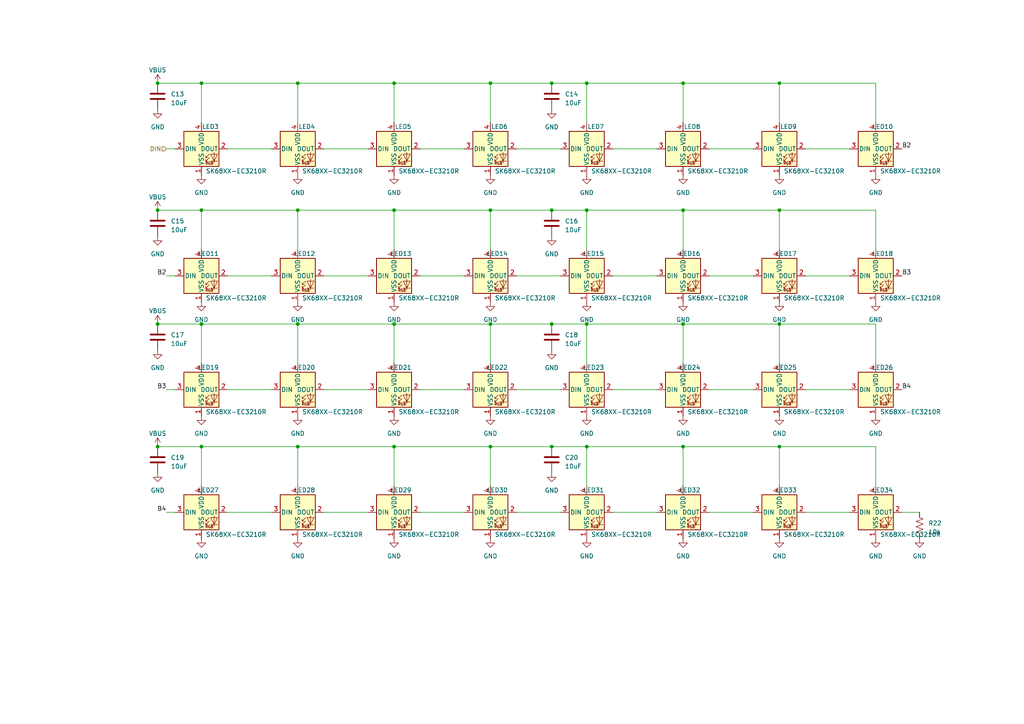
<source format=kicad_sch>
(kicad_sch (version 20230121) (generator eeschema)
  (paper "A4")
  (lib_symbols
    (symbol "Device:C" (pin_numbers hide) (pin_names (offset 0.254))
      (property "Reference" "C" (at 0.635 2.54 0))
      (property "Value" "C" (at 0.635 -2.54 0))
      (symbol "C_0_1"
        (polyline (pts (xy -2.032 -0.762) (xy 2.032 -0.762)) (stroke (width 0.508)))
        (polyline (pts (xy -2.032 0.762) (xy 2.032 0.762)) (stroke (width 0.508)))
      )
      (symbol "C_1_1"
        (pin passive line (at 0 3.81 270) (length 2.794) (name "~") (number "1"))
        (pin passive line (at 0 -3.81 90) (length 2.794) (name "~") (number "2"))
      )
    )
    (symbol "Device:R_US" (pin_numbers hide) (pin_names (offset 0))
      (property "Reference" "R" (at 2.54 0 90))
      (property "Value" "R_US" (at -2.54 0 90))
      (symbol "R_US_0_1"
        (polyline (pts (xy 0 -2.286) (xy 0 -2.54)))
        (polyline (pts (xy 0 2.286) (xy 0 2.54)))
        (polyline (pts (xy 0 -0.762) (xy 1.016 -1.143) (xy 0 -1.524) (xy -1.016 -1.905) (xy 0 -2.286)))
        (polyline (pts (xy 0 0.762) (xy 1.016 0.381) (xy 0 0) (xy -1.016 -0.381) (xy 0 -0.762)))
        (polyline (pts (xy 0 2.286) (xy 1.016 1.905) (xy 0 1.524) (xy -1.016 1.143) (xy 0 0.762)))
      )
      (symbol "R_US_1_1"
        (pin passive line (at 0 3.81 270) (length 1.27) (name "~") (number "1"))
        (pin passive line (at 0 -3.81 90) (length 1.27) (name "~") (number "2"))
      )
    )
    (symbol "caden_sym:SK68xx-EC3210x" (pin_names (offset 0.254))
      (property "Reference" "D" (at 5.08 5.715 0))
      (property "Value" "SK68xx-EC3210x" (at 1.27 -5.715 0))
      (symbol "SK68xx-EC3210x_0_0"
        (text "RGB" (at 2.286 -4.191 0) (effects (font (size 0.762 0.762))))
      )
      (symbol "SK68xx-EC3210x_0_1"
        (rectangle (start -5.08 5.08) (end 5.08 -5.08) (stroke (width 0.254)) (fill (type background)))
        (polyline (pts (xy 1.27 -3.556) (xy 1.778 -3.556)))
        (polyline (pts (xy 1.27 -2.54) (xy 1.778 -2.54)))
        (polyline (pts (xy 4.699 -3.556) (xy 2.667 -3.556)))
        (polyline (pts (xy 2.286 -2.54) (xy 1.27 -3.556) (xy 1.27 -3.048)))
        (polyline (pts (xy 2.286 -1.524) (xy 1.27 -2.54) (xy 1.27 -2.032)))
        (polyline (pts (xy 3.683 -1.016) (xy 3.683 -3.556) (xy 3.683 -4.064)))
        (polyline (pts (xy 4.699 -1.524) (xy 2.667 -1.524) (xy 3.683 -3.556) (xy 4.699 -1.524)))
      )
      (symbol "SK68xx-EC3210x_1_1"
        (pin power_in line (at 0 -7.62 90) (length 2.54) (name "VSS") (number "1"))
        (pin output line (at 7.62 0 180) (length 2.54) (name "DOUT") (number "2"))
        (pin input line (at -7.62 0 0) (length 2.54) (name "DIN") (number "3"))
        (pin power_in line (at 0 7.62 270) (length 2.54) (name "VDD") (number "4"))
      )
    )
    (symbol "power:GND" (power) (pin_names (offset 0))
      (property "Value" "GND" (at 0 -3.81 0))
      (symbol "GND_0_1"
        (polyline (pts (xy 0 0) (xy 0 -1.27) (xy 1.27 -1.27) (xy 0 -2.54) (xy -1.27 -1.27) (xy 0 -1.27)))
      )
      (symbol "GND_1_1"
        (pin power_in line (at 0 0 270) (length 0) hide (name "GND") (number "1"))
      )
    )
    (symbol "power:VBUS" (power) (pin_names (offset 0))
      (property "Value" "VBUS" (at 0 3.81 0))
      (symbol "VBUS_0_1"
        (polyline (pts (xy -0.762 1.27) (xy 0 2.54)))
        (polyline (pts (xy 0 0) (xy 0 2.54)))
        (polyline (pts (xy 0 2.54) (xy 0.762 1.27)))
      )
      (symbol "VBUS_1_1"
        (pin power_in line (at 0 0 90) (length 0) hide (name "VBUS") (number "1"))
      )
    )
  )
  (junction (at 58.42 24.13))
  (junction (at 226.06 60.96))
  (junction (at 114.3 129.54))
  (junction (at 45.72 93.98))
  (junction (at 86.36 129.54))
  (junction (at 45.72 129.54))
  (junction (at 86.36 24.13))
  (junction (at 45.72 24.13))
  (junction (at 86.36 93.98))
  (junction (at 170.18 129.54))
  (junction (at 86.36 60.96))
  (junction (at 58.42 93.98))
  (junction (at 114.3 93.98))
  (junction (at 45.72 60.96))
  (junction (at 160.02 24.13))
  (junction (at 170.18 24.13))
  (junction (at 226.06 93.98))
  (junction (at 114.3 60.96))
  (junction (at 142.24 93.98))
  (junction (at 198.12 93.98))
  (junction (at 170.18 60.96))
  (junction (at 114.3 24.13))
  (junction (at 160.02 60.96))
  (junction (at 160.02 129.54))
  (junction (at 198.12 24.13))
  (junction (at 142.24 129.54))
  (junction (at 198.12 60.96))
  (junction (at 142.24 24.13))
  (junction (at 170.18 93.98))
  (junction (at 142.24 60.96))
  (junction (at 58.42 129.54))
  (junction (at 58.42 60.96))
  (junction (at 198.12 129.54))
  (junction (at 226.06 24.13))
  (junction (at 226.06 129.54))
  (junction (at 160.02 93.98))
  (wire (pts (xy 114.3 129.54) (xy 86.36 129.54)))
  (wire (pts (xy 149.86 113.03) (xy 162.56 113.03)))
  (wire (pts (xy 254 93.98) (xy 226.06 93.98)))
  (wire (pts (xy 66.04 148.59) (xy 78.74 148.59)))
  (wire (pts (xy 226.06 140.97) (xy 226.06 129.54)))
  (wire (pts (xy 233.68 43.18) (xy 246.38 43.18)))
  (wire (pts (xy 58.42 93.98) (xy 58.42 105.41)))
  (wire (pts (xy 93.98 148.59) (xy 106.68 148.59)))
  (wire (pts (xy 66.04 113.03) (xy 78.74 113.03)))
  (wire (pts (xy 48.26 113.03) (xy 50.8 113.03)))
  (wire (pts (xy 66.04 43.18) (xy 78.74 43.18)))
  (wire (pts (xy 86.36 93.98) (xy 58.42 93.98)))
  (wire (pts (xy 205.74 43.18) (xy 218.44 43.18)))
  (wire (pts (xy 205.74 113.03) (xy 218.44 113.03)))
  (wire (pts (xy 48.26 43.18) (xy 50.8 43.18)))
  (wire (pts (xy 254 35.56) (xy 254 24.13)))
  (wire (pts (xy 149.86 80.01) (xy 162.56 80.01)))
  (wire (pts (xy 226.06 105.41) (xy 226.06 93.98)))
  (wire (pts (xy 86.36 72.39) (xy 86.36 60.96)))
  (wire (pts (xy 254 24.13) (xy 226.06 24.13)))
  (wire (pts (xy 170.18 60.96) (xy 160.02 60.96)))
  (wire (pts (xy 233.68 113.03) (xy 246.38 113.03)))
  (wire (pts (xy 198.12 60.96) (xy 170.18 60.96)))
  (wire (pts (xy 198.12 72.39) (xy 198.12 60.96)))
  (wire (pts (xy 86.36 105.41) (xy 86.36 93.98)))
  (wire (pts (xy 86.36 60.96) (xy 58.42 60.96)))
  (wire (pts (xy 114.3 93.98) (xy 86.36 93.98)))
  (wire (pts (xy 205.74 148.59) (xy 218.44 148.59)))
  (wire (pts (xy 160.02 129.54) (xy 142.24 129.54)))
  (wire (pts (xy 226.06 24.13) (xy 198.12 24.13)))
  (wire (pts (xy 233.68 80.01) (xy 246.38 80.01)))
  (wire (pts (xy 254 140.97) (xy 254 129.54)))
  (wire (pts (xy 226.06 35.56) (xy 226.06 24.13)))
  (wire (pts (xy 58.42 60.96) (xy 58.42 72.39)))
  (wire (pts (xy 48.26 148.59) (xy 50.8 148.59)))
  (wire (pts (xy 198.12 24.13) (xy 170.18 24.13)))
  (wire (pts (xy 86.36 129.54) (xy 58.42 129.54)))
  (wire (pts (xy 226.06 129.54) (xy 198.12 129.54)))
  (wire (pts (xy 114.3 24.13) (xy 86.36 24.13)))
  (wire (pts (xy 86.36 35.56) (xy 86.36 24.13)))
  (wire (pts (xy 254 60.96) (xy 226.06 60.96)))
  (wire (pts (xy 170.18 93.98) (xy 160.02 93.98)))
  (wire (pts (xy 93.98 43.18) (xy 106.68 43.18)))
  (wire (pts (xy 142.24 35.56) (xy 142.24 24.13)))
  (wire (pts (xy 121.92 113.03) (xy 134.62 113.03)))
  (wire (pts (xy 114.3 72.39) (xy 114.3 60.96)))
  (wire (pts (xy 142.24 129.54) (xy 114.3 129.54)))
  (wire (pts (xy 177.8 80.01) (xy 190.5 80.01)))
  (wire (pts (xy 170.18 105.41) (xy 170.18 93.98)))
  (wire (pts (xy 226.06 72.39) (xy 226.06 60.96)))
  (wire (pts (xy 45.72 24.13) (xy 58.42 24.13)))
  (wire (pts (xy 177.8 43.18) (xy 190.5 43.18)))
  (wire (pts (xy 48.26 80.01) (xy 50.8 80.01)))
  (wire (pts (xy 170.18 129.54) (xy 160.02 129.54)))
  (wire (pts (xy 170.18 24.13) (xy 160.02 24.13)))
  (wire (pts (xy 121.92 43.18) (xy 134.62 43.18)))
  (wire (pts (xy 198.12 93.98) (xy 170.18 93.98)))
  (wire (pts (xy 142.24 140.97) (xy 142.24 129.54)))
  (wire (pts (xy 198.12 105.41) (xy 198.12 93.98)))
  (wire (pts (xy 142.24 93.98) (xy 114.3 93.98)))
  (wire (pts (xy 149.86 148.59) (xy 162.56 148.59)))
  (wire (pts (xy 198.12 129.54) (xy 170.18 129.54)))
  (wire (pts (xy 226.06 60.96) (xy 198.12 60.96)))
  (wire (pts (xy 121.92 80.01) (xy 134.62 80.01)))
  (wire (pts (xy 66.04 80.01) (xy 78.74 80.01)))
  (wire (pts (xy 177.8 148.59) (xy 190.5 148.59)))
  (wire (pts (xy 114.3 60.96) (xy 86.36 60.96)))
  (wire (pts (xy 177.8 113.03) (xy 190.5 113.03)))
  (wire (pts (xy 93.98 80.01) (xy 106.68 80.01)))
  (wire (pts (xy 86.36 24.13) (xy 58.42 24.13)))
  (wire (pts (xy 205.74 80.01) (xy 218.44 80.01)))
  (wire (pts (xy 58.42 24.13) (xy 58.42 35.56)))
  (wire (pts (xy 142.24 60.96) (xy 114.3 60.96)))
  (wire (pts (xy 170.18 35.56) (xy 170.18 24.13)))
  (wire (pts (xy 86.36 140.97) (xy 86.36 129.54)))
  (wire (pts (xy 45.72 93.98) (xy 58.42 93.98)))
  (wire (pts (xy 114.3 140.97) (xy 114.3 129.54)))
  (wire (pts (xy 226.06 93.98) (xy 198.12 93.98)))
  (wire (pts (xy 233.68 148.59) (xy 246.38 148.59)))
  (wire (pts (xy 114.3 105.41) (xy 114.3 93.98)))
  (wire (pts (xy 254 129.54) (xy 226.06 129.54)))
  (wire (pts (xy 142.24 24.13) (xy 114.3 24.13)))
  (wire (pts (xy 45.72 60.96) (xy 58.42 60.96)))
  (wire (pts (xy 160.02 60.96) (xy 142.24 60.96)))
  (wire (pts (xy 254 72.39) (xy 254 60.96)))
  (wire (pts (xy 121.92 148.59) (xy 134.62 148.59)))
  (wire (pts (xy 170.18 72.39) (xy 170.18 60.96)))
  (wire (pts (xy 254 105.41) (xy 254 93.98)))
  (wire (pts (xy 114.3 35.56) (xy 114.3 24.13)))
  (wire (pts (xy 198.12 35.56) (xy 198.12 24.13)))
  (wire (pts (xy 160.02 24.13) (xy 142.24 24.13)))
  (wire (pts (xy 160.02 93.98) (xy 142.24 93.98)))
  (wire (pts (xy 58.42 129.54) (xy 58.42 140.97)))
  (wire (pts (xy 198.12 140.97) (xy 198.12 129.54)))
  (wire (pts (xy 93.98 113.03) (xy 106.68 113.03)))
  (wire (pts (xy 142.24 105.41) (xy 142.24 93.98)))
  (wire (pts (xy 45.72 129.54) (xy 58.42 129.54)))
  (wire (pts (xy 261.62 148.59) (xy 266.7 148.59)))
  (wire (pts (xy 149.86 43.18) (xy 162.56 43.18)))
  (wire (pts (xy 142.24 72.39) (xy 142.24 60.96)))
  (wire (pts (xy 170.18 140.97) (xy 170.18 129.54)))
  (label "B2" (at 48.26 80.01 180))
  (label "B3" (at 48.26 113.03 180))
  (label "B4" (at 261.62 113.03 0))
  (label "B4" (at 48.26 148.59 180))
  (label "B2" (at 261.62 43.18 0))
  (label "B3" (at 261.62 80.01 0))
  (hierarchical_label "DIN" (shape input) (at 48.26 43.18 180))
  (symbol (lib_id "power:GND") (at 226.06 87.63 0) (unit 1)
    (property "Reference" "#PWR054" (effects hide))
    (property "Value" "GND" (at 226.06 92.71 0))
  )
  (symbol (lib_id "power:VBUS") (at 45.72 129.54 0) (unit 1)
    (property "Reference" "#PWR067" (effects hide))
    (property "Value" "VBUS" (at 45.72 125.73 0))
  )
  (symbol (lib_id "Device:C") (at 160.02 133.35 0) (unit 1)
    (property "Reference" "C20" (at 163.83 132.715 0) (effects (justify left)))
    (property "Value" "10uF" (at 163.83 135.255 0) (effects (justify left)))
    (property "Footprint" "Capacitor_SMD:C_0603_1608Metric" (effects hide))
  )
  (symbol (lib_id "caden_sym:SK68xx-EC3210x") (at 226.06 43.18 0) (unit 1)
    (property "Reference" "LED9" (at 231.14 37.465 0) (effects (justify right bottom)))
    (property "Value" "SK68XX-EC3210R" (at 227.33 48.895 0) (effects (justify left top)))
    (property "Footprint" "caden_fp:LED_SK68xx-EC3210x" (effects hide))
    (property "Datasheet" "https://cdn-shop.adafruit.com/product-files/4893/4892_SK68XX-EC3210F__REV.A.pdf" (effects hide))
  )
  (symbol (lib_id "power:GND") (at 160.02 137.16 0) (unit 1)
    (property "Reference" "#PWR069" (effects hide))
    (property "Value" "GND" (at 160.02 142.24 0))
  )
  (symbol (lib_id "power:GND") (at 58.42 156.21 0) (unit 1)
    (property "Reference" "#PWR070" (effects hide))
    (property "Value" "GND" (at 58.42 161.29 0))
  )
  (symbol (lib_id "power:GND") (at 58.42 120.65 0) (unit 1)
    (property "Reference" "#PWR059" (effects hide))
    (property "Value" "GND" (at 58.42 125.73 0))
  )
  (symbol (lib_id "caden_sym:SK68xx-EC3210x") (at 142.24 80.01 0) (unit 1)
    (property "Reference" "LED14" (at 147.32 74.295 0) (effects (justify right bottom)))
    (property "Value" "SK68XX-EC3210R" (at 143.51 85.725 0) (effects (justify left top)))
    (property "Footprint" "caden_fp:LED_SK68xx-EC3210x" (effects hide))
    (property "Datasheet" "https://cdn-shop.adafruit.com/product-files/4893/4892_SK68XX-EC3210F__REV.A.pdf" (effects hide))
  )
  (symbol (lib_id "Device:C") (at 45.72 64.77 0) (unit 1)
    (property "Reference" "C15" (at 49.53 64.135 0) (effects (justify left)))
    (property "Value" "10uF" (at 49.53 66.675 0) (effects (justify left)))
    (property "Footprint" "Capacitor_SMD:C_0603_1608Metric" (effects hide))
  )
  (symbol (lib_id "power:GND") (at 170.18 120.65 0) (unit 1)
    (property "Reference" "#PWR063" (effects hide))
    (property "Value" "GND" (at 170.18 125.73 0))
  )
  (symbol (lib_id "caden_sym:SK68xx-EC3210x") (at 170.18 80.01 0) (unit 1)
    (property "Reference" "LED15" (at 175.26 74.295 0) (effects (justify right bottom)))
    (property "Value" "SK68XX-EC3210R" (at 171.45 85.725 0) (effects (justify left top)))
    (property "Footprint" "caden_fp:LED_SK68xx-EC3210x" (effects hide))
    (property "Datasheet" "https://cdn-shop.adafruit.com/product-files/4893/4892_SK68XX-EC3210F__REV.A.pdf" (effects hide))
  )
  (symbol (lib_id "Device:C") (at 160.02 64.77 0) (unit 1)
    (property "Reference" "C16" (at 163.83 64.135 0) (effects (justify left)))
    (property "Value" "10uF" (at 163.83 66.675 0) (effects (justify left)))
    (property "Footprint" "Capacitor_SMD:C_0603_1608Metric" (effects hide))
  )
  (symbol (lib_id "caden_sym:SK68xx-EC3210x") (at 226.06 113.03 0) (unit 1)
    (property "Reference" "LED25" (at 231.14 107.315 0) (effects (justify right bottom)))
    (property "Value" "SK68XX-EC3210R" (at 227.33 118.745 0) (effects (justify left top)))
    (property "Footprint" "caden_fp:LED_SK68xx-EC3210x" (effects hide))
    (property "Datasheet" "https://cdn-shop.adafruit.com/product-files/4893/4892_SK68XX-EC3210F__REV.A.pdf" (effects hide))
  )
  (symbol (lib_id "caden_sym:SK68xx-EC3210x") (at 198.12 43.18 0) (unit 1)
    (property "Reference" "LED8" (at 203.2 37.465 0) (effects (justify right bottom)))
    (property "Value" "SK68XX-EC3210R" (at 199.39 48.895 0) (effects (justify left top)))
    (property "Footprint" "caden_fp:LED_SK68xx-EC3210x" (effects hide))
    (property "Datasheet" "https://cdn-shop.adafruit.com/product-files/4893/4892_SK68XX-EC3210F__REV.A.pdf" (effects hide))
  )
  (symbol (lib_id "power:GND") (at 170.18 156.21 0) (unit 1)
    (property "Reference" "#PWR074" (effects hide))
    (property "Value" "GND" (at 170.18 161.29 0))
  )
  (symbol (lib_id "Device:C") (at 160.02 27.94 0) (unit 1)
    (property "Reference" "C14" (at 163.83 27.305 0) (effects (justify left)))
    (property "Value" "10uF" (at 163.83 29.845 0) (effects (justify left)))
    (property "Footprint" "Capacitor_SMD:C_0603_1608Metric" (effects hide))
  )
  (symbol (lib_id "caden_sym:SK68xx-EC3210x") (at 114.3 148.59 0) (unit 1)
    (property "Reference" "LED29" (at 119.38 142.875 0) (effects (justify right bottom)))
    (property "Value" "SK68XX-EC3210R" (at 115.57 154.305 0) (effects (justify left top)))
    (property "Footprint" "caden_fp:LED_SK68xx-EC3210x" (effects hide))
    (property "Datasheet" "https://cdn-shop.adafruit.com/product-files/4893/4892_SK68XX-EC3210F__REV.A.pdf" (effects hide))
  )
  (symbol (lib_id "Device:C") (at 45.72 27.94 0) (unit 1)
    (property "Reference" "C13" (at 49.53 27.305 0) (effects (justify left)))
    (property "Value" "10uF" (at 49.53 29.845 0) (effects (justify left)))
    (property "Footprint" "Capacitor_SMD:C_0603_1608Metric" (effects hide))
  )
  (symbol (lib_id "caden_sym:SK68xx-EC3210x") (at 86.36 43.18 0) (unit 1)
    (property "Reference" "LED4" (at 91.44 37.465 0) (effects (justify right bottom)))
    (property "Value" "SK68XX-EC3210R" (at 87.63 48.895 0) (effects (justify left top)))
    (property "Footprint" "caden_fp:LED_SK68xx-EC3210x" (effects hide))
    (property "Datasheet" "https://cdn-shop.adafruit.com/product-files/4893/4892_SK68XX-EC3210F__REV.A.pdf" (effects hide))
  )
  (symbol (lib_id "caden_sym:SK68xx-EC3210x") (at 86.36 113.03 0) (unit 1)
    (property "Reference" "LED20" (at 91.44 107.315 0) (effects (justify right bottom)))
    (property "Value" "SK68XX-EC3210R" (at 87.63 118.745 0) (effects (justify left top)))
    (property "Footprint" "caden_fp:LED_SK68xx-EC3210x" (effects hide))
    (property "Datasheet" "https://cdn-shop.adafruit.com/product-files/4893/4892_SK68XX-EC3210F__REV.A.pdf" (effects hide))
  )
  (symbol (lib_id "power:GND") (at 170.18 50.8 0) (unit 1)
    (property "Reference" "#PWR041" (effects hide))
    (property "Value" "GND" (at 170.18 55.88 0))
  )
  (symbol (lib_id "power:GND") (at 114.3 120.65 0) (unit 1)
    (property "Reference" "#PWR061" (effects hide))
    (property "Value" "GND" (at 114.3 125.73 0))
  )
  (symbol (lib_id "power:GND") (at 58.42 50.8 0) (unit 1)
    (property "Reference" "#PWR037" (effects hide))
    (property "Value" "GND" (at 58.42 55.88 0))
  )
  (symbol (lib_id "power:VBUS") (at 45.72 24.13 0) (unit 1)
    (property "Reference" "#PWR034" (effects hide))
    (property "Value" "VBUS" (at 45.72 20.32 0))
  )
  (symbol (lib_id "Device:R_US") (at 266.7 152.4 0) (unit 1)
    (property "Reference" "R22" (at 269.24 151.765 0) (effects (justify left)))
    (property "Value" "10k" (at 269.24 154.305 0) (effects (justify left)))
    (property "Footprint" "Resistor_SMD:R_0603_1608Metric" (effects hide))
  )
  (symbol (lib_id "power:GND") (at 45.72 137.16 0) (unit 1)
    (property "Reference" "#PWR068" (effects hide))
    (property "Value" "GND" (at 45.72 142.24 0))
  )
  (symbol (lib_id "Device:C") (at 45.72 133.35 0) (unit 1)
    (property "Reference" "C19" (at 49.53 132.715 0) (effects (justify left)))
    (property "Value" "10uF" (at 49.53 135.255 0) (effects (justify left)))
    (property "Footprint" "Capacitor_SMD:C_0603_1608Metric" (effects hide))
  )
  (symbol (lib_id "power:GND") (at 160.02 68.58 0) (unit 1)
    (property "Reference" "#PWR047" (effects hide))
    (property "Value" "GND" (at 160.02 73.66 0))
  )
  (symbol (lib_id "caden_sym:SK68xx-EC3210x") (at 254 43.18 0) (unit 1)
    (property "Reference" "LED10" (at 259.08 37.465 0) (effects (justify right bottom)))
    (property "Value" "SK68XX-EC3210R" (at 255.27 48.895 0) (effects (justify left top)))
    (property "Footprint" "caden_fp:LED_SK68xx-EC3210x" (effects hide))
    (property "Datasheet" "https://cdn-shop.adafruit.com/product-files/4893/4892_SK68XX-EC3210F__REV.A.pdf" (effects hide))
  )
  (symbol (lib_id "caden_sym:SK68xx-EC3210x") (at 226.06 148.59 0) (unit 1)
    (property "Reference" "LED33" (at 231.14 142.875 0) (effects (justify right bottom)))
    (property "Value" "SK68XX-EC3210R" (at 227.33 154.305 0) (effects (justify left top)))
    (property "Footprint" "caden_fp:LED_SK68xx-EC3210x" (effects hide))
    (property "Datasheet" "https://cdn-shop.adafruit.com/product-files/4893/4892_SK68XX-EC3210F__REV.A.pdf" (effects hide))
  )
  (symbol (lib_id "caden_sym:SK68xx-EC3210x") (at 198.12 80.01 0) (unit 1)
    (property "Reference" "LED16" (at 203.2 74.295 0) (effects (justify right bottom)))
    (property "Value" "SK68XX-EC3210R" (at 199.39 85.725 0) (effects (justify left top)))
    (property "Footprint" "caden_fp:LED_SK68xx-EC3210x" (effects hide))
    (property "Datasheet" "https://cdn-shop.adafruit.com/product-files/4893/4892_SK68XX-EC3210F__REV.A.pdf" (effects hide))
  )
  (symbol (lib_id "power:GND") (at 86.36 156.21 0) (unit 1)
    (property "Reference" "#PWR071" (effects hide))
    (property "Value" "GND" (at 86.36 161.29 0))
  )
  (symbol (lib_id "power:GND") (at 254 87.63 0) (unit 1)
    (property "Reference" "#PWR055" (effects hide))
    (property "Value" "GND" (at 254 92.71 0))
  )
  (symbol (lib_id "caden_sym:SK68xx-EC3210x") (at 114.3 43.18 0) (unit 1)
    (property "Reference" "LED5" (at 119.38 37.465 0) (effects (justify right bottom)))
    (property "Value" "SK68XX-EC3210R" (at 115.57 48.895 0) (effects (justify left top)))
    (property "Footprint" "caden_fp:LED_SK68xx-EC3210x" (effects hide))
    (property "Datasheet" "https://cdn-shop.adafruit.com/product-files/4893/4892_SK68XX-EC3210F__REV.A.pdf" (effects hide))
  )
  (symbol (lib_id "power:GND") (at 142.24 87.63 0) (unit 1)
    (property "Reference" "#PWR051" (effects hide))
    (property "Value" "GND" (at 142.24 92.71 0))
  )
  (symbol (lib_id "power:GND") (at 114.3 87.63 0) (unit 1)
    (property "Reference" "#PWR050" (effects hide))
    (property "Value" "GND" (at 114.3 92.71 0))
  )
  (symbol (lib_id "caden_sym:SK68xx-EC3210x") (at 142.24 148.59 0) (unit 1)
    (property "Reference" "LED30" (at 147.32 142.875 0) (effects (justify right bottom)))
    (property "Value" "SK68XX-EC3210R" (at 143.51 154.305 0) (effects (justify left top)))
    (property "Footprint" "caden_fp:LED_SK68xx-EC3210x" (effects hide))
    (property "Datasheet" "https://cdn-shop.adafruit.com/product-files/4893/4892_SK68XX-EC3210F__REV.A.pdf" (effects hide))
  )
  (symbol (lib_id "power:GND") (at 160.02 101.6 0) (unit 1)
    (property "Reference" "#PWR058" (effects hide))
    (property "Value" "GND" (at 160.02 106.68 0))
  )
  (symbol (lib_id "power:GND") (at 114.3 156.21 0) (unit 1)
    (property "Reference" "#PWR072" (effects hide))
    (property "Value" "GND" (at 114.3 161.29 0))
  )
  (symbol (lib_id "caden_sym:SK68xx-EC3210x") (at 198.12 113.03 0) (unit 1)
    (property "Reference" "LED24" (at 203.2 107.315 0) (effects (justify right bottom)))
    (property "Value" "SK68XX-EC3210R" (at 199.39 118.745 0) (effects (justify left top)))
    (property "Footprint" "caden_fp:LED_SK68xx-EC3210x" (effects hide))
    (property "Datasheet" "https://cdn-shop.adafruit.com/product-files/4893/4892_SK68XX-EC3210F__REV.A.pdf" (effects hide))
  )
  (symbol (lib_id "power:GND") (at 58.42 87.63 0) (unit 1)
    (property "Reference" "#PWR048" (effects hide))
    (property "Value" "GND" (at 58.42 92.71 0))
  )
  (symbol (lib_id "caden_sym:SK68xx-EC3210x") (at 254 148.59 0) (unit 1)
    (property "Reference" "LED34" (at 259.08 142.875 0) (effects (justify right bottom)))
    (property "Value" "SK68XX-EC3210R" (at 255.27 154.305 0) (effects (justify left top)))
    (property "Footprint" "caden_fp:LED_SK68xx-EC3210x" (effects hide))
    (property "Datasheet" "https://cdn-shop.adafruit.com/product-files/4893/4892_SK68XX-EC3210F__REV.A.pdf" (effects hide))
  )
  (symbol (lib_id "power:GND") (at 254 120.65 0) (unit 1)
    (property "Reference" "#PWR066" (effects hide))
    (property "Value" "GND" (at 254 125.73 0))
  )
  (symbol (lib_id "power:VBUS") (at 45.72 60.96 0) (unit 1)
    (property "Reference" "#PWR045" (effects hide))
    (property "Value" "VBUS" (at 45.72 57.15 0))
  )
  (symbol (lib_id "caden_sym:SK68xx-EC3210x") (at 114.3 80.01 0) (unit 1)
    (property "Reference" "LED13" (at 119.38 74.295 0) (effects (justify right bottom)))
    (property "Value" "SK68XX-EC3210R" (at 115.57 85.725 0) (effects (justify left top)))
    (property "Footprint" "caden_fp:LED_SK68xx-EC3210x" (effects hide))
    (property "Datasheet" "https://cdn-shop.adafruit.com/product-files/4893/4892_SK68XX-EC3210F__REV.A.pdf" (effects hide))
  )
  (symbol (lib_id "caden_sym:SK68xx-EC3210x") (at 198.12 148.59 0) (unit 1)
    (property "Reference" "LED32" (at 203.2 142.875 0) (effects (justify right bottom)))
    (property "Value" "SK68XX-EC3210R" (at 199.39 154.305 0) (effects (justify left top)))
    (property "Footprint" "caden_fp:LED_SK68xx-EC3210x" (effects hide))
    (property "Datasheet" "https://cdn-shop.adafruit.com/product-files/4893/4892_SK68XX-EC3210F__REV.A.pdf" (effects hide))
  )
  (symbol (lib_id "power:GND") (at 170.18 87.63 0) (unit 1)
    (property "Reference" "#PWR052" (effects hide))
    (property "Value" "GND" (at 170.18 92.71 0))
  )
  (symbol (lib_id "power:GND") (at 160.02 31.75 0) (unit 1)
    (property "Reference" "#PWR036" (effects hide))
    (property "Value" "GND" (at 160.02 36.83 0))
  )
  (symbol (lib_id "power:GND") (at 45.72 101.6 0) (unit 1)
    (property "Reference" "#PWR057" (effects hide))
    (property "Value" "GND" (at 45.72 106.68 0))
  )
  (symbol (lib_id "caden_sym:SK68xx-EC3210x") (at 170.18 148.59 0) (unit 1)
    (property "Reference" "LED31" (at 175.26 142.875 0) (effects (justify right bottom)))
    (property "Value" "SK68XX-EC3210R" (at 171.45 154.305 0) (effects (justify left top)))
    (property "Footprint" "caden_fp:LED_SK68xx-EC3210x" (effects hide))
    (property "Datasheet" "https://cdn-shop.adafruit.com/product-files/4893/4892_SK68XX-EC3210F__REV.A.pdf" (effects hide))
  )
  (symbol (lib_id "caden_sym:SK68xx-EC3210x") (at 170.18 43.18 0) (unit 1)
    (property "Reference" "LED7" (at 175.26 37.465 0) (effects (justify right bottom)))
    (property "Value" "SK68XX-EC3210R" (at 171.45 48.895 0) (effects (justify left top)))
    (property "Footprint" "caden_fp:LED_SK68xx-EC3210x" (effects hide))
    (property "Datasheet" "https://cdn-shop.adafruit.com/product-files/4893/4892_SK68XX-EC3210F__REV.A.pdf" (effects hide))
  )
  (symbol (lib_id "Device:C") (at 45.72 97.79 0) (unit 1)
    (property "Reference" "C17" (at 49.53 97.155 0) (effects (justify left)))
    (property "Value" "10uF" (at 49.53 99.695 0) (effects (justify left)))
    (property "Footprint" "Capacitor_SMD:C_0603_1608Metric" (effects hide))
  )
  (symbol (lib_id "power:GND") (at 226.06 156.21 0) (unit 1)
    (property "Reference" "#PWR076" (effects hide))
    (property "Value" "GND" (at 226.06 161.29 0))
  )
  (symbol (lib_id "power:GND") (at 198.12 50.8 0) (unit 1)
    (property "Reference" "#PWR042" (effects hide))
    (property "Value" "GND" (at 198.12 55.88 0))
  )
  (symbol (lib_id "power:GND") (at 45.72 68.58 0) (unit 1)
    (property "Reference" "#PWR046" (effects hide))
    (property "Value" "GND" (at 45.72 73.66 0))
  )
  (symbol (lib_id "power:GND") (at 142.24 50.8 0) (unit 1)
    (property "Reference" "#PWR040" (effects hide))
    (property "Value" "GND" (at 142.24 55.88 0))
  )
  (symbol (lib_id "power:GND") (at 266.7 156.21 0) (unit 1)
    (property "Reference" "#PWR078" (effects hide))
    (property "Value" "GND" (at 266.7 161.29 0))
  )
  (symbol (lib_id "power:GND") (at 86.36 120.65 0) (unit 1)
    (property "Reference" "#PWR060" (effects hide))
    (property "Value" "GND" (at 86.36 125.73 0))
  )
  (symbol (lib_id "caden_sym:SK68xx-EC3210x") (at 58.42 113.03 0) (unit 1)
    (property "Reference" "LED19" (at 63.5 107.315 0) (effects (justify right bottom)))
    (property "Value" "SK68XX-EC3210R" (at 59.69 118.745 0) (effects (justify left top)))
    (property "Footprint" "caden_fp:LED_SK68xx-EC3210x" (effects hide))
    (property "Datasheet" "https://cdn-shop.adafruit.com/product-files/4893/4892_SK68XX-EC3210F__REV.A.pdf" (effects hide))
  )
  (symbol (lib_id "caden_sym:SK68xx-EC3210x") (at 170.18 113.03 0) (unit 1)
    (property "Reference" "LED23" (at 175.26 107.315 0) (effects (justify right bottom)))
    (property "Value" "SK68XX-EC3210R" (at 171.45 118.745 0) (effects (justify left top)))
    (property "Footprint" "caden_fp:LED_SK68xx-EC3210x" (effects hide))
    (property "Datasheet" "https://cdn-shop.adafruit.com/product-files/4893/4892_SK68XX-EC3210F__REV.A.pdf" (effects hide))
  )
  (symbol (lib_id "power:GND") (at 198.12 87.63 0) (unit 1)
    (property "Reference" "#PWR053" (effects hide))
    (property "Value" "GND" (at 198.12 92.71 0))
  )
  (symbol (lib_id "power:GND") (at 142.24 156.21 0) (unit 1)
    (property "Reference" "#PWR073" (effects hide))
    (property "Value" "GND" (at 142.24 161.29 0))
  )
  (symbol (lib_id "caden_sym:SK68xx-EC3210x") (at 226.06 80.01 0) (unit 1)
    (property "Reference" "LED17" (at 231.14 74.295 0) (effects (justify right bottom)))
    (property "Value" "SK68XX-EC3210R" (at 227.33 85.725 0) (effects (justify left top)))
    (property "Footprint" "caden_fp:LED_SK68xx-EC3210x" (effects hide))
    (property "Datasheet" "https://cdn-shop.adafruit.com/product-files/4893/4892_SK68XX-EC3210F__REV.A.pdf" (effects hide))
  )
  (symbol (lib_id "power:GND") (at 114.3 50.8 0) (unit 1)
    (property "Reference" "#PWR039" (effects hide))
    (property "Value" "GND" (at 114.3 55.88 0))
  )
  (symbol (lib_id "power:GND") (at 226.06 50.8 0) (unit 1)
    (property "Reference" "#PWR043" (effects hide))
    (property "Value" "GND" (at 226.06 55.88 0))
  )
  (symbol (lib_id "caden_sym:SK68xx-EC3210x") (at 86.36 80.01 0) (unit 1)
    (property "Reference" "LED12" (at 91.44 74.295 0) (effects (justify right bottom)))
    (property "Value" "SK68XX-EC3210R" (at 87.63 85.725 0) (effects (justify left top)))
    (property "Footprint" "caden_fp:LED_SK68xx-EC3210x" (effects hide))
    (property "Datasheet" "https://cdn-shop.adafruit.com/product-files/4893/4892_SK68XX-EC3210F__REV.A.pdf" (effects hide))
  )
  (symbol (lib_id "power:GND") (at 45.72 31.75 0) (unit 1)
    (property "Reference" "#PWR035" (effects hide))
    (property "Value" "GND" (at 45.72 36.83 0))
  )
  (symbol (lib_id "power:GND") (at 86.36 87.63 0) (unit 1)
    (property "Reference" "#PWR049" (effects hide))
    (property "Value" "GND" (at 86.36 92.71 0))
  )
  (symbol (lib_id "power:GND") (at 198.12 120.65 0) (unit 1)
    (property "Reference" "#PWR064" (effects hide))
    (property "Value" "GND" (at 198.12 125.73 0))
  )
  (symbol (lib_id "caden_sym:SK68xx-EC3210x") (at 58.42 80.01 0) (unit 1)
    (property "Reference" "LED11" (at 63.5 74.295 0) (effects (justify right bottom)))
    (property "Value" "SK68XX-EC3210R" (at 59.69 85.725 0) (effects (justify left top)))
    (property "Footprint" "caden_fp:LED_SK68xx-EC3210x" (effects hide))
    (property "Datasheet" "https://cdn-shop.adafruit.com/product-files/4893/4892_SK68XX-EC3210F__REV.A.pdf" (effects hide))
  )
  (symbol (lib_id "caden_sym:SK68xx-EC3210x") (at 86.36 148.59 0) (unit 1)
    (property "Reference" "LED28" (at 91.44 142.875 0) (effects (justify right bottom)))
    (property "Value" "SK68XX-EC3210R" (at 87.63 154.305 0) (effects (justify left top)))
    (property "Footprint" "caden_fp:LED_SK68xx-EC3210x" (effects hide))
    (property "Datasheet" "https://cdn-shop.adafruit.com/product-files/4893/4892_SK68XX-EC3210F__REV.A.pdf" (effects hide))
  )
  (symbol (lib_id "caden_sym:SK68xx-EC3210x") (at 254 80.01 0) (unit 1)
    (property "Reference" "LED18" (at 259.08 74.295 0) (effects (justify right bottom)))
    (property "Value" "SK68XX-EC3210R" (at 255.27 85.725 0) (effects (justify left top)))
    (property "Footprint" "caden_fp:LED_SK68xx-EC3210x" (effects hide))
    (property "Datasheet" "https://cdn-shop.adafruit.com/product-files/4893/4892_SK68XX-EC3210F__REV.A.pdf" (effects hide))
  )
  (symbol (lib_id "power:GND") (at 254 50.8 0) (unit 1)
    (property "Reference" "#PWR044" (effects hide))
    (property "Value" "GND" (at 254 55.88 0))
  )
  (symbol (lib_id "caden_sym:SK68xx-EC3210x") (at 58.42 148.59 0) (unit 1)
    (property "Reference" "LED27" (at 63.5 142.875 0) (effects (justify right bottom)))
    (property "Value" "SK68XX-EC3210R" (at 59.69 154.305 0) (effects (justify left top)))
    (property "Footprint" "caden_fp:LED_SK68xx-EC3210x" (effects hide))
    (property "Datasheet" "https://cdn-shop.adafruit.com/product-files/4893/4892_SK68XX-EC3210F__REV.A.pdf" (effects hide))
  )
  (symbol (lib_id "caden_sym:SK68xx-EC3210x") (at 142.24 43.18 0) (unit 1)
    (property "Reference" "LED6" (at 147.32 37.465 0) (effects (justify right bottom)))
    (property "Value" "SK68XX-EC3210R" (at 143.51 48.895 0) (effects (justify left top)))
    (property "Footprint" "caden_fp:LED_SK68xx-EC3210x" (effects hide))
    (property "Datasheet" "https://cdn-shop.adafruit.com/product-files/4893/4892_SK68XX-EC3210F__REV.A.pdf" (effects hide))
  )
  (symbol (lib_id "caden_sym:SK68xx-EC3210x") (at 254 113.03 0) (unit 1)
    (property "Reference" "LED26" (at 259.08 107.315 0) (effects (justify right bottom)))
    (property "Value" "SK68XX-EC3210R" (at 255.27 118.745 0) (effects (justify left top)))
    (property "Footprint" "caden_fp:LED_SK68xx-EC3210x" (effects hide))
    (property "Datasheet" "https://cdn-shop.adafruit.com/product-files/4893/4892_SK68XX-EC3210F__REV.A.pdf" (effects hide))
  )
  (symbol (lib_id "caden_sym:SK68xx-EC3210x") (at 142.24 113.03 0) (unit 1)
    (property "Reference" "LED22" (at 147.32 107.315 0) (effects (justify right bottom)))
    (property "Value" "SK68XX-EC3210R" (at 143.51 118.745 0) (effects (justify left top)))
    (property "Footprint" "caden_fp:LED_SK68xx-EC3210x" (effects hide))
    (property "Datasheet" "https://cdn-shop.adafruit.com/product-files/4893/4892_SK68XX-EC3210F__REV.A.pdf" (effects hide))
  )
  (symbol (lib_id "power:GND") (at 198.12 156.21 0) (unit 1)
    (property "Reference" "#PWR075" (effects hide))
    (property "Value" "GND" (at 198.12 161.29 0))
  )
  (symbol (lib_id "power:VBUS") (at 45.72 93.98 0) (unit 1)
    (property "Reference" "#PWR056" (effects hide))
    (property "Value" "VBUS" (at 45.72 90.17 0))
  )
  (symbol (lib_id "power:GND") (at 254 156.21 0) (unit 1)
    (property "Reference" "#PWR077" (effects hide))
    (property "Value" "GND" (at 254 161.29 0))
  )
  (symbol (lib_id "power:GND") (at 226.06 120.65 0) (unit 1)
    (property "Reference" "#PWR065" (effects hide))
    (property "Value" "GND" (at 226.06 125.73 0))
  )
  (symbol (lib_id "Device:C") (at 160.02 97.79 0) (unit 1)
    (property "Reference" "C18" (at 163.83 97.155 0) (effects (justify left)))
    (property "Value" "10uF" (at 163.83 99.695 0) (effects (justify left)))
    (property "Footprint" "Capacitor_SMD:C_0603_1608Metric" (effects hide))
  )
  (symbol (lib_id "power:GND") (at 142.24 120.65 0) (unit 1)
    (property "Reference" "#PWR062" (effects hide))
    (property "Value" "GND" (at 142.24 125.73 0))
  )
  (symbol (lib_id "caden_sym:SK68xx-EC3210x") (at 114.3 113.03 0) (unit 1)
    (property "Reference" "LED21" (at 119.38 107.315 0) (effects (justify right bottom)))
    (property "Value" "SK68XX-EC3210R" (at 115.57 118.745 0) (effects (justify left top)))
    (property "Footprint" "caden_fp:LED_SK68xx-EC3210x" (effects hide))
    (property "Datasheet" "https://cdn-shop.adafruit.com/product-files/4893/4892_SK68XX-EC3210F__REV.A.pdf" (effects hide))
  )
  (symbol (lib_id "power:GND") (at 86.36 50.8 0) (unit 1)
    (property "Reference" "#PWR038" (effects hide))
    (property "Value" "GND" (at 86.36 55.88 0))
  )
  (symbol (lib_id "caden_sym:SK68xx-EC3210x") (at 58.42 43.18 0) (unit 1)
    (property "Reference" "LED3" (at 63.5 37.465 0) (effects (justify right bottom)))
    (property "Value" "SK68XX-EC3210R" (at 59.69 48.895 0) (effects (justify left top)))
    (property "Footprint" "caden_fp:LED_SK68xx-EC3210x" (effects hide))
    (property "Datasheet" "https://cdn-shop.adafruit.com/product-files/4893/4892_SK68XX-EC3210F__REV.A.pdf" (effects hide))
  )
)
</source>
